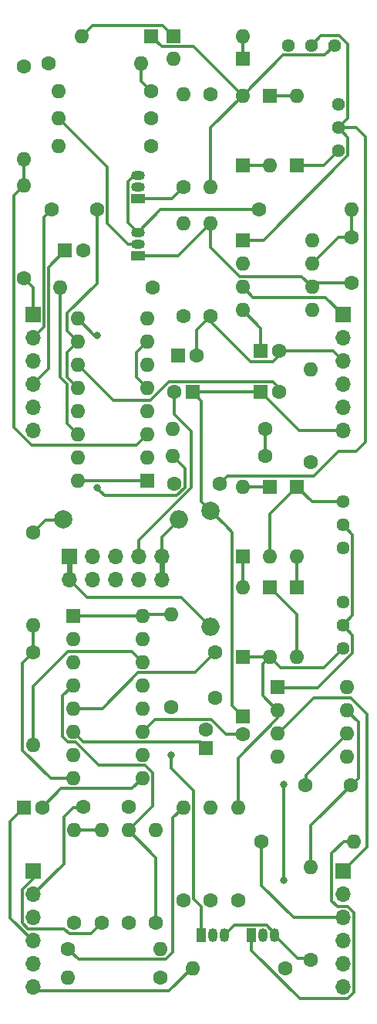
<source format=gtl>
G04 #@! TF.GenerationSoftware,KiCad,Pcbnew,(5.1.9)-1*
G04 #@! TF.CreationDate,2021-10-23T20:17:11+01:00*
G04 #@! TF.ProjectId,MS20-VCF,4d533230-2d56-4434-962e-6b696361645f,rev?*
G04 #@! TF.SameCoordinates,Original*
G04 #@! TF.FileFunction,Copper,L1,Top*
G04 #@! TF.FilePolarity,Positive*
%FSLAX46Y46*%
G04 Gerber Fmt 4.6, Leading zero omitted, Abs format (unit mm)*
G04 Created by KiCad (PCBNEW (5.1.9)-1) date 2021-10-23 20:17:11*
%MOMM*%
%LPD*%
G01*
G04 APERTURE LIST*
G04 #@! TA.AperFunction,ComponentPad*
%ADD10C,1.600000*%
G04 #@! TD*
G04 #@! TA.AperFunction,ComponentPad*
%ADD11R,1.600000X1.600000*%
G04 #@! TD*
G04 #@! TA.AperFunction,ComponentPad*
%ADD12O,1.700000X1.700000*%
G04 #@! TD*
G04 #@! TA.AperFunction,ComponentPad*
%ADD13R,1.700000X1.700000*%
G04 #@! TD*
G04 #@! TA.AperFunction,ComponentPad*
%ADD14O,1.600000X1.600000*%
G04 #@! TD*
G04 #@! TA.AperFunction,ComponentPad*
%ADD15C,1.440000*%
G04 #@! TD*
G04 #@! TA.AperFunction,ComponentPad*
%ADD16R,1.050000X1.500000*%
G04 #@! TD*
G04 #@! TA.AperFunction,ComponentPad*
%ADD17O,1.050000X1.500000*%
G04 #@! TD*
G04 #@! TA.AperFunction,ComponentPad*
%ADD18R,1.500000X1.050000*%
G04 #@! TD*
G04 #@! TA.AperFunction,ComponentPad*
%ADD19O,1.500000X1.050000*%
G04 #@! TD*
G04 #@! TA.AperFunction,ComponentPad*
%ADD20O,2.000000X2.000000*%
G04 #@! TD*
G04 #@! TA.AperFunction,ComponentPad*
%ADD21C,2.000000*%
G04 #@! TD*
G04 #@! TA.AperFunction,ViaPad*
%ADD22C,0.800000*%
G04 #@! TD*
G04 #@! TA.AperFunction,Conductor*
%ADD23C,0.300000*%
G04 #@! TD*
G04 #@! TA.AperFunction,Conductor*
%ADD24C,0.600000*%
G04 #@! TD*
G04 APERTURE END LIST*
D10*
X52000000Y-114500000D03*
D11*
X52000000Y-116500000D03*
D10*
X56000000Y-115000000D03*
D11*
X56000000Y-113000000D03*
D10*
X60000000Y-73000000D03*
D11*
X58000000Y-73000000D03*
D10*
X60000000Y-77500000D03*
D11*
X58000000Y-77500000D03*
D12*
X67000000Y-142700000D03*
X67000000Y-140160000D03*
X67000000Y-137620000D03*
X67000000Y-135080000D03*
X67000000Y-132540000D03*
D13*
X67000000Y-130000000D03*
D12*
X33000000Y-142700000D03*
X33000000Y-140160000D03*
X33000000Y-137620000D03*
X33000000Y-135080000D03*
X33000000Y-132540000D03*
D13*
X33000000Y-130000000D03*
D12*
X47160000Y-98040000D03*
X47160000Y-95500000D03*
X44620000Y-98040000D03*
X44620000Y-95500000D03*
X42080000Y-98040000D03*
X42080000Y-95500000D03*
X39540000Y-98040000D03*
X39540000Y-95500000D03*
X37000000Y-98040000D03*
D13*
X37000000Y-95500000D03*
D12*
X67000000Y-81700000D03*
X67000000Y-79160000D03*
X67000000Y-76620000D03*
X67000000Y-74080000D03*
X67000000Y-71540000D03*
D13*
X67000000Y-69000000D03*
D12*
X33000000Y-81700000D03*
X33000000Y-79160000D03*
X33000000Y-76620000D03*
X33000000Y-74080000D03*
X33000000Y-71540000D03*
D13*
X33000000Y-69000000D03*
D14*
X67500000Y-109800000D03*
X59880000Y-117420000D03*
X67500000Y-112340000D03*
X59880000Y-114880000D03*
X67500000Y-114880000D03*
X59880000Y-112340000D03*
X67500000Y-117420000D03*
D11*
X59880000Y-109800000D03*
D14*
X45000000Y-102000000D03*
X37380000Y-119780000D03*
X45000000Y-104540000D03*
X37380000Y-117240000D03*
X45000000Y-107080000D03*
X37380000Y-114700000D03*
X45000000Y-109620000D03*
X37380000Y-112160000D03*
X45000000Y-112160000D03*
X37380000Y-109620000D03*
X45000000Y-114700000D03*
X37380000Y-107080000D03*
X45000000Y-117240000D03*
X37380000Y-104540000D03*
X45000000Y-119780000D03*
D11*
X37380000Y-102000000D03*
D14*
X63620000Y-60880000D03*
X56000000Y-68500000D03*
X63620000Y-63420000D03*
X56000000Y-65960000D03*
X63620000Y-65960000D03*
X56000000Y-63420000D03*
X63620000Y-68500000D03*
D11*
X56000000Y-60880000D03*
D14*
X37880000Y-87200000D03*
X45500000Y-69420000D03*
X37880000Y-84660000D03*
X45500000Y-71960000D03*
X37880000Y-82120000D03*
X45500000Y-74500000D03*
X37880000Y-79580000D03*
X45500000Y-77040000D03*
X37880000Y-77040000D03*
X45500000Y-79580000D03*
X37880000Y-74500000D03*
X45500000Y-82120000D03*
X37880000Y-71960000D03*
X45500000Y-84660000D03*
X37880000Y-69420000D03*
D11*
X45500000Y-87200000D03*
D15*
X67000000Y-89500000D03*
X67000000Y-92040000D03*
X67000000Y-94580000D03*
X66500000Y-51080000D03*
X66500000Y-48540000D03*
X66500000Y-46000000D03*
X67000000Y-100500000D03*
X67000000Y-103040000D03*
X67000000Y-105580000D03*
X61000000Y-39500000D03*
X63540000Y-39500000D03*
X66080000Y-39500000D03*
D14*
X55500000Y-123000000D03*
D10*
X55500000Y-133160000D03*
D14*
X36850000Y-141600000D03*
D10*
X47010000Y-141600000D03*
D14*
X47000000Y-138500000D03*
D10*
X36840000Y-138500000D03*
D14*
X52500000Y-123000000D03*
D10*
X52500000Y-133160000D03*
D14*
X49500000Y-123000000D03*
D10*
X49500000Y-133160000D03*
D14*
X33000000Y-116160000D03*
D10*
X33000000Y-106000000D03*
D14*
X33000000Y-103000000D03*
D10*
X33000000Y-92840000D03*
D14*
X50500000Y-140600000D03*
D10*
X60660000Y-140600000D03*
D14*
X63500000Y-129500000D03*
D10*
X63500000Y-139660000D03*
D14*
X68250000Y-126700000D03*
D10*
X58090000Y-126700000D03*
D14*
X46500000Y-125500000D03*
D10*
X46500000Y-135660000D03*
D14*
X48200000Y-101840000D03*
D10*
X48200000Y-112000000D03*
D14*
X37500000Y-125500000D03*
D10*
X37500000Y-135660000D03*
D14*
X40500000Y-125500000D03*
D10*
X40500000Y-135660000D03*
D14*
X43500000Y-125500000D03*
D10*
X43500000Y-135660000D03*
D14*
X52500000Y-55000000D03*
D10*
X52500000Y-44840000D03*
D14*
X48340000Y-84500000D03*
D10*
X58500000Y-84500000D03*
D14*
X35840000Y-44500000D03*
D10*
X46000000Y-44500000D03*
D14*
X35840000Y-50500000D03*
D10*
X46000000Y-50500000D03*
D14*
X44900000Y-41500000D03*
D10*
X34740000Y-41500000D03*
D14*
X36000000Y-66000000D03*
D10*
X46160000Y-66000000D03*
D14*
X48340000Y-81500000D03*
D10*
X58500000Y-81500000D03*
D14*
X35840000Y-47500000D03*
D10*
X46000000Y-47500000D03*
D14*
X68000000Y-57500000D03*
D10*
X57840000Y-57500000D03*
D14*
X52500000Y-59000000D03*
D10*
X52500000Y-69160000D03*
D14*
X49500000Y-59000000D03*
D10*
X49500000Y-69160000D03*
D14*
X49500000Y-44840000D03*
D10*
X49500000Y-55000000D03*
D14*
X32000000Y-52000000D03*
D10*
X32000000Y-41840000D03*
D14*
X32000000Y-54840000D03*
D10*
X32000000Y-65000000D03*
D14*
X63500000Y-75000000D03*
D10*
X63500000Y-85160000D03*
D16*
X57000000Y-137000000D03*
D17*
X59540000Y-137000000D03*
X58270000Y-137000000D03*
D16*
X51500000Y-137000000D03*
D17*
X54040000Y-137000000D03*
X52770000Y-137000000D03*
D18*
X44500000Y-62540000D03*
D19*
X44500000Y-60000000D03*
X44500000Y-61270000D03*
D18*
X44500000Y-56270000D03*
D19*
X44500000Y-53730000D03*
X44500000Y-55000000D03*
D20*
X49000000Y-91400000D03*
D21*
X36300000Y-91400000D03*
D20*
X52500000Y-103200000D03*
D21*
X52500000Y-90500000D03*
D14*
X59000000Y-106500000D03*
D11*
X59000000Y-98880000D03*
D14*
X56000000Y-98880000D03*
D11*
X56000000Y-106500000D03*
D14*
X62000000Y-106500000D03*
D11*
X62000000Y-98880000D03*
D14*
X56000000Y-87880000D03*
D11*
X56000000Y-95500000D03*
D14*
X62000000Y-95500000D03*
D11*
X62000000Y-87880000D03*
D14*
X59000000Y-95500000D03*
D11*
X59000000Y-87880000D03*
D14*
X56000000Y-45000000D03*
D11*
X56000000Y-52620000D03*
D14*
X38380000Y-38500000D03*
D11*
X46000000Y-38500000D03*
D14*
X59000000Y-52620000D03*
D11*
X59000000Y-45000000D03*
D14*
X56000000Y-38500000D03*
D11*
X48380000Y-38500000D03*
D14*
X62000000Y-45000000D03*
D11*
X62000000Y-52620000D03*
D14*
X48380000Y-41000000D03*
D11*
X56000000Y-41000000D03*
D10*
X34000000Y-123000000D03*
D11*
X32000000Y-123000000D03*
D10*
X38500000Y-122950000D03*
X43500000Y-122950000D03*
X62900000Y-120600000D03*
X67900000Y-120600000D03*
X53000000Y-111000000D03*
X53000000Y-106000000D03*
X38500000Y-62000000D03*
D11*
X36500000Y-62000000D03*
D10*
X35000000Y-57500000D03*
X40000000Y-57500000D03*
X68000000Y-65500000D03*
X68000000Y-60500000D03*
X50950000Y-73500000D03*
D11*
X48950000Y-73500000D03*
D10*
X48500000Y-77500000D03*
D11*
X50500000Y-77500000D03*
D10*
X53500000Y-87500000D03*
X48500000Y-87500000D03*
D22*
X60500000Y-131000000D03*
X60500000Y-120500000D03*
X40000000Y-71250001D03*
X40000000Y-88000000D03*
X48200000Y-117300000D03*
D23*
X50350001Y-81807999D02*
X50350001Y-87999999D01*
X48500000Y-79957998D02*
X50350001Y-81807999D01*
X44620000Y-93730000D02*
X44620000Y-95500000D01*
X50350001Y-87999999D02*
X44620000Y-93730000D01*
X48500000Y-77500000D02*
X48500000Y-79957998D01*
X51500001Y-78500001D02*
X50500000Y-77500000D01*
X51500001Y-89500001D02*
X51500001Y-78500001D01*
X52500000Y-90500000D02*
X51500001Y-89500001D01*
X52500000Y-90500000D02*
X54150001Y-92150001D01*
X62200000Y-81700000D02*
X58000000Y-77500000D01*
X67000000Y-81700000D02*
X62200000Y-81700000D01*
X50500000Y-77500000D02*
X58000000Y-77500000D01*
X54849999Y-92849999D02*
X54150001Y-92150001D01*
X54849999Y-111849999D02*
X54849999Y-92849999D01*
X56000000Y-113000000D02*
X54849999Y-111849999D01*
X60500000Y-131000000D02*
X60500000Y-131000000D01*
X60500000Y-120500000D02*
X60500000Y-131000000D01*
D24*
X67000000Y-74080000D02*
X67000000Y-74000000D01*
D23*
X34340000Y-91500000D02*
X33000000Y-92840000D01*
X36300000Y-91500000D02*
X34340000Y-91500000D01*
X65920000Y-73000000D02*
X67000000Y-74080000D01*
X60000000Y-73000000D02*
X65920000Y-73000000D01*
X58500000Y-84500000D02*
X58500000Y-81500000D01*
X60000000Y-73000000D02*
X60000000Y-73500000D01*
X52500000Y-69730002D02*
X52500000Y-69160000D01*
X56919999Y-74150001D02*
X52500000Y-69730002D01*
X59349999Y-74150001D02*
X56919999Y-74150001D01*
X60000000Y-73500000D02*
X59349999Y-74150001D01*
X66580000Y-135080000D02*
X67000000Y-135080000D01*
X61580000Y-135080000D02*
X58100000Y-131600000D01*
X67000000Y-135080000D02*
X61580000Y-135080000D01*
X50950000Y-70710000D02*
X52500000Y-69160000D01*
X50950000Y-73500000D02*
X50950000Y-70710000D01*
X58100000Y-126710000D02*
X58090000Y-126700000D01*
X58100000Y-131600000D02*
X58100000Y-126710000D01*
X66540000Y-60500000D02*
X63620000Y-63420000D01*
X68000000Y-60500000D02*
X66540000Y-60500000D01*
X68000000Y-60500000D02*
X68000000Y-57500000D01*
X37880000Y-71960000D02*
X36729999Y-70809999D01*
X37880000Y-77040000D02*
X36729999Y-75889999D01*
X36729999Y-75889999D02*
X36729999Y-73110001D01*
X36729999Y-73110001D02*
X37880000Y-71960000D01*
X36729999Y-68867999D02*
X36729999Y-70809999D01*
X40000000Y-65597998D02*
X36729999Y-68867999D01*
X40000000Y-57500000D02*
X40000000Y-65597998D01*
X40000000Y-88000000D02*
X40000000Y-88000000D01*
X40000000Y-71250001D02*
X39710001Y-71250001D01*
X39710001Y-71250001D02*
X37880000Y-69420000D01*
X49650001Y-87992877D02*
X48792888Y-88849990D01*
X48340000Y-84500000D02*
X49650001Y-85810001D01*
X49650001Y-85810001D02*
X49650001Y-87992877D01*
X48792888Y-88849990D02*
X40849990Y-88849990D01*
X40849990Y-88849990D02*
X40399999Y-88399999D01*
X40399999Y-88399999D02*
X40000000Y-88000000D01*
X62000000Y-45000000D02*
X59000000Y-45000000D01*
X69500000Y-83000000D02*
X68500000Y-84000000D01*
X68500000Y-84000000D02*
X68500000Y-84000000D01*
X67570001Y-47469999D02*
X66500000Y-48540000D01*
X67570001Y-39406399D02*
X67570001Y-47469999D01*
X66593601Y-38429999D02*
X67570001Y-39406399D01*
X64610001Y-38429999D02*
X66593601Y-38429999D01*
X63540000Y-39500000D02*
X64610001Y-38429999D01*
X58283602Y-60880000D02*
X56000000Y-60880000D01*
X67570001Y-51593601D02*
X58283602Y-60880000D01*
X67570001Y-49610001D02*
X67570001Y-51593601D01*
X66500000Y-48540000D02*
X67570001Y-49610001D01*
X69500000Y-68797998D02*
X69500000Y-69000000D01*
X69500000Y-69000000D02*
X69500000Y-83000000D01*
X69500000Y-49500000D02*
X68500000Y-48500000D01*
X69500000Y-69000000D02*
X69500000Y-49500000D01*
X66540000Y-48500000D02*
X66500000Y-48540000D01*
X68500000Y-48500000D02*
X66540000Y-48500000D01*
X54299999Y-86700001D02*
X53500000Y-87500000D01*
X63799999Y-86700001D02*
X54299999Y-86700001D01*
X66500000Y-84000000D02*
X63799999Y-86700001D01*
X68500000Y-84000000D02*
X66500000Y-84000000D01*
X44349999Y-73110001D02*
X45500000Y-71960000D01*
X45500000Y-77040000D02*
X44349999Y-75889999D01*
X44349999Y-75889999D02*
X44349999Y-73110001D01*
X64080000Y-65500000D02*
X63620000Y-65960000D01*
X68000000Y-65500000D02*
X64080000Y-65500000D01*
X52500000Y-61622002D02*
X52500000Y-59000000D01*
X55687997Y-64809999D02*
X52500000Y-61622002D01*
X62469999Y-64809999D02*
X55687997Y-64809999D01*
X63620000Y-65960000D02*
X62469999Y-64809999D01*
X48960000Y-62540000D02*
X44500000Y-62540000D01*
X52500000Y-59000000D02*
X48960000Y-62540000D01*
X34200001Y-70339999D02*
X33000000Y-71540000D01*
X34200001Y-58299999D02*
X34200001Y-70339999D01*
X35000000Y-57500000D02*
X34200001Y-58299999D01*
X34700011Y-74919989D02*
X33000000Y-76620000D01*
X34700011Y-63799989D02*
X34700011Y-74919989D01*
X36500000Y-62000000D02*
X34700011Y-63799989D01*
X41809999Y-78429999D02*
X37880000Y-74500000D01*
X60000000Y-77500000D02*
X60000000Y-77000000D01*
X45867999Y-78429999D02*
X41809999Y-78429999D01*
X47947999Y-76349999D02*
X45867999Y-78429999D01*
X59349999Y-76349999D02*
X47947999Y-76349999D01*
X60000000Y-77000000D02*
X59349999Y-76349999D01*
X58000000Y-70500000D02*
X56000000Y-68500000D01*
X58000000Y-73000000D02*
X58000000Y-70500000D01*
X46350001Y-113349999D02*
X45000000Y-114700000D01*
X52552001Y-113349999D02*
X46350001Y-113349999D01*
X54202002Y-115000000D02*
X52552001Y-113349999D01*
X56000000Y-115000000D02*
X54202002Y-115000000D01*
X51350001Y-115850001D02*
X52000000Y-116500000D01*
X38530001Y-115850001D02*
X51350001Y-115850001D01*
X37380000Y-114700000D02*
X38530001Y-115850001D01*
X68070001Y-93110001D02*
X68070001Y-101969999D01*
X67000000Y-92040000D02*
X68070001Y-93110001D01*
X68070001Y-101969999D02*
X67000000Y-103040000D01*
X68070001Y-104110001D02*
X67000000Y-103040000D01*
X68070001Y-106093601D02*
X68070001Y-104110001D01*
X64283602Y-109880000D02*
X68070001Y-106093601D01*
X59880000Y-109880000D02*
X64283602Y-109880000D01*
X40627120Y-112160000D02*
X37380000Y-112160000D01*
X44557119Y-108230001D02*
X40627120Y-112160000D01*
X50769999Y-108230001D02*
X44557119Y-108230001D01*
X53000000Y-106000000D02*
X50769999Y-108230001D01*
X63000000Y-119460000D02*
X63000000Y-120500000D01*
X67500000Y-114960000D02*
X63000000Y-119460000D01*
X62257999Y-143900001D02*
X57000000Y-138642002D01*
X67576001Y-143900001D02*
X62257999Y-143900001D01*
X57000000Y-138642002D02*
X57000000Y-137000000D01*
X68200001Y-143276001D02*
X67576001Y-143900001D01*
X68200001Y-134503999D02*
X68200001Y-143276001D01*
X66423999Y-133879999D02*
X67576001Y-133879999D01*
X65799999Y-133255999D02*
X66423999Y-133879999D01*
X65799999Y-128018631D02*
X65799999Y-133255999D01*
X67576001Y-133879999D02*
X68200001Y-134503999D01*
X67118630Y-126700000D02*
X65799999Y-128018631D01*
X68250000Y-126700000D02*
X67118630Y-126700000D01*
X63500000Y-125000000D02*
X63500000Y-129340000D01*
X68700000Y-119800000D02*
X63500000Y-125000000D01*
X68700000Y-113620000D02*
X68700000Y-119800000D01*
X67500000Y-112420000D02*
X68700000Y-113620000D01*
X37368630Y-123000000D02*
X38500000Y-123000000D01*
X36349999Y-124018631D02*
X37368630Y-123000000D01*
X36349999Y-129190001D02*
X36349999Y-124018631D01*
X33000000Y-132540000D02*
X36349999Y-129190001D01*
X36069999Y-120930001D02*
X34000000Y-123000000D01*
X43849999Y-120930001D02*
X36069999Y-120930001D01*
X45000000Y-119780000D02*
X43849999Y-120930001D01*
X30500000Y-135120000D02*
X33000000Y-137620000D01*
X30500000Y-124500000D02*
X30500000Y-135120000D01*
X32000000Y-123000000D02*
X30500000Y-124500000D01*
X64960000Y-52620000D02*
X66500000Y-51080000D01*
X62000000Y-52620000D02*
X64960000Y-52620000D01*
X56000000Y-41000000D02*
X56000000Y-38500000D01*
X39530001Y-37349999D02*
X38380000Y-38500000D01*
X47229999Y-37349999D02*
X39530001Y-37349999D01*
X48380000Y-38500000D02*
X47229999Y-37349999D01*
X59000000Y-52620000D02*
X56000000Y-52620000D01*
X60429999Y-40570001D02*
X56000000Y-45000000D01*
X65009999Y-40570001D02*
X60429999Y-40570001D01*
X66080000Y-39500000D02*
X65009999Y-40570001D01*
X50650001Y-39650001D02*
X56000000Y-45000000D01*
X47150001Y-39650001D02*
X50650001Y-39650001D01*
X46000000Y-38500000D02*
X47150001Y-39650001D01*
X52500000Y-48500000D02*
X52500000Y-55000000D01*
X56000000Y-45000000D02*
X52500000Y-48500000D01*
X59000000Y-90880000D02*
X62000000Y-87880000D01*
X59000000Y-95500000D02*
X59000000Y-90880000D01*
X63620000Y-89500000D02*
X62000000Y-87880000D01*
X67000000Y-89500000D02*
X63620000Y-89500000D01*
X59000000Y-87880000D02*
X56000000Y-87880000D01*
X62000000Y-95500000D02*
X62000000Y-98880000D01*
X56000000Y-95500000D02*
X56000000Y-98880000D01*
X62000000Y-106500000D02*
X62000000Y-101880000D01*
X62000000Y-101880000D02*
X59000000Y-98880000D01*
X56000000Y-106500000D02*
X59000000Y-106500000D01*
X64929999Y-107650001D02*
X67000000Y-105580000D01*
X60150001Y-107650001D02*
X64929999Y-107650001D01*
X59000000Y-106500000D02*
X60150001Y-107650001D01*
X59800000Y-112340000D02*
X59880000Y-112340000D01*
X58200001Y-110740001D02*
X59800000Y-112340000D01*
X58200001Y-107299999D02*
X58200001Y-110740001D01*
X59000000Y-106500000D02*
X58200001Y-107299999D01*
X55500000Y-117557998D02*
X55500000Y-123000000D01*
X59880000Y-113177998D02*
X55500000Y-117557998D01*
X59880000Y-112340000D02*
X59880000Y-113177998D01*
D24*
X37000000Y-98040000D02*
X37000000Y-95500000D01*
D23*
X52500000Y-103200000D02*
X49300000Y-100000000D01*
X38960000Y-100000000D02*
X37000000Y-98040000D01*
X49300000Y-100000000D02*
X38960000Y-100000000D01*
D24*
X47160000Y-98040000D02*
X47160000Y-95500000D01*
D23*
X47160000Y-93340000D02*
X49000000Y-91500000D01*
X47160000Y-95500000D02*
X47160000Y-93340000D01*
X33000000Y-66000000D02*
X32000000Y-65000000D01*
X33000000Y-69000000D02*
X33000000Y-66000000D01*
X41150001Y-58970001D02*
X41150001Y-52810001D01*
X41150001Y-52810001D02*
X35840000Y-47500000D01*
X43450000Y-61270000D02*
X41150001Y-58970001D01*
X44500000Y-61270000D02*
X43450000Y-61270000D01*
X65110001Y-67110001D02*
X67000000Y-69000000D01*
X57150001Y-67110001D02*
X65110001Y-67110001D01*
X56000000Y-65960000D02*
X57150001Y-67110001D01*
X39349999Y-136810001D02*
X40500000Y-135660000D01*
X36417999Y-136280001D02*
X36947999Y-136810001D01*
X32423999Y-136280001D02*
X36417999Y-136280001D01*
X36947999Y-136810001D02*
X39349999Y-136810001D01*
X31799999Y-135656001D02*
X32423999Y-136280001D01*
X31799999Y-131963999D02*
X31799999Y-135656001D01*
X33000000Y-130763998D02*
X31799999Y-131963999D01*
X33000000Y-130000000D02*
X33000000Y-130763998D01*
X47900000Y-143100000D02*
X50500000Y-140500000D01*
X33400000Y-143100000D02*
X47900000Y-143100000D01*
X33000000Y-142700000D02*
X33400000Y-143100000D01*
X63840000Y-111000000D02*
X59880000Y-114960000D01*
X67862002Y-111000000D02*
X63840000Y-111000000D01*
X69624991Y-112762989D02*
X67862002Y-111000000D01*
X69624991Y-127375009D02*
X69624991Y-112762989D01*
X67000000Y-130000000D02*
X69624991Y-127375009D01*
X48230000Y-56270000D02*
X49500000Y-55000000D01*
X44500000Y-56270000D02*
X48230000Y-56270000D01*
X43399999Y-58899999D02*
X44500000Y-60000000D01*
X43399999Y-54399999D02*
X43399999Y-58899999D01*
X44069998Y-53730000D02*
X43399999Y-54399999D01*
X44500000Y-53730000D02*
X44069998Y-53730000D01*
X47000000Y-57500000D02*
X44500000Y-60000000D01*
X58340000Y-57500000D02*
X47000000Y-57500000D01*
X50650001Y-133012003D02*
X50650001Y-121150001D01*
X51500000Y-133862002D02*
X50650001Y-133012003D01*
X51500000Y-137000000D02*
X51500000Y-133862002D01*
X50650001Y-121150001D02*
X48500000Y-119000000D01*
X48500000Y-119000000D02*
X48200000Y-118700000D01*
X48200000Y-118700000D02*
X48200000Y-117300000D01*
X48200000Y-117300000D02*
X48200000Y-117300000D01*
X62040000Y-139500000D02*
X59540000Y-137000000D01*
X63500000Y-139500000D02*
X62040000Y-139500000D01*
X55140010Y-135899990D02*
X58632441Y-135899990D01*
X54040000Y-137000000D02*
X55140010Y-135899990D01*
X59540000Y-136807549D02*
X58632441Y-135899990D01*
X59540000Y-137000000D02*
X59540000Y-136807549D01*
X45500000Y-82120000D02*
X44349999Y-83270001D01*
X44349999Y-83270001D02*
X37327999Y-83270001D01*
X32000000Y-52000000D02*
X32000000Y-54840000D01*
X32793999Y-83270001D02*
X37327999Y-83270001D01*
X30849999Y-81326001D02*
X32793999Y-83270001D01*
X30849999Y-55990001D02*
X30849999Y-81326001D01*
X32000000Y-54840000D02*
X30849999Y-55990001D01*
X45500000Y-87200000D02*
X37880000Y-87200000D01*
X36729999Y-80969999D02*
X36729999Y-76597119D01*
X37880000Y-82120000D02*
X36729999Y-80969999D01*
X36000000Y-75867120D02*
X36066440Y-75933560D01*
X36000000Y-66000000D02*
X36000000Y-75867120D01*
X36729999Y-76597119D02*
X36066440Y-75933560D01*
X44900000Y-43400000D02*
X46000000Y-44500000D01*
X44900000Y-41500000D02*
X44900000Y-43400000D01*
X46500000Y-128500000D02*
X43500000Y-125500000D01*
X46500000Y-135660000D02*
X46500000Y-128500000D01*
X36229999Y-110770001D02*
X37380000Y-109620000D01*
X36229999Y-115252001D02*
X36229999Y-110770001D01*
X36827999Y-115850001D02*
X36229999Y-115252001D01*
X37692003Y-115850001D02*
X36827999Y-115850001D01*
X40232003Y-118390001D02*
X37692003Y-115850001D01*
X45312003Y-118390001D02*
X40232003Y-118390001D01*
X46150001Y-119227999D02*
X45312003Y-118390001D01*
X46150001Y-122849999D02*
X46150001Y-119227999D01*
X43500000Y-125500000D02*
X46150001Y-122849999D01*
X40500000Y-125500000D02*
X37500000Y-125500000D01*
X45000000Y-102000000D02*
X37380000Y-102000000D01*
X45160000Y-101840000D02*
X45000000Y-102000000D01*
X48200000Y-101840000D02*
X45160000Y-101840000D01*
X33000000Y-103000000D02*
X33000000Y-106000000D01*
X34917998Y-119780000D02*
X37380000Y-119780000D01*
X31849999Y-107150001D02*
X31849999Y-116712001D01*
X33000000Y-106000000D02*
X31849999Y-107150001D01*
X34917998Y-119780000D02*
X31849999Y-116712001D01*
X33000000Y-114837998D02*
X33000000Y-116160000D01*
X33000000Y-109757998D02*
X33000000Y-114837998D01*
X36827999Y-105929999D02*
X33000000Y-109757998D01*
X43849999Y-105929999D02*
X36827999Y-105929999D01*
X45000000Y-107080000D02*
X43849999Y-105929999D01*
X37990001Y-139650001D02*
X36840000Y-138500000D01*
X47552001Y-139650001D02*
X37990001Y-139650001D01*
X48349999Y-138852003D02*
X47552001Y-139650001D01*
X48349999Y-124150001D02*
X48349999Y-138852003D01*
X49500000Y-123000000D02*
X48349999Y-124150001D01*
M02*

</source>
